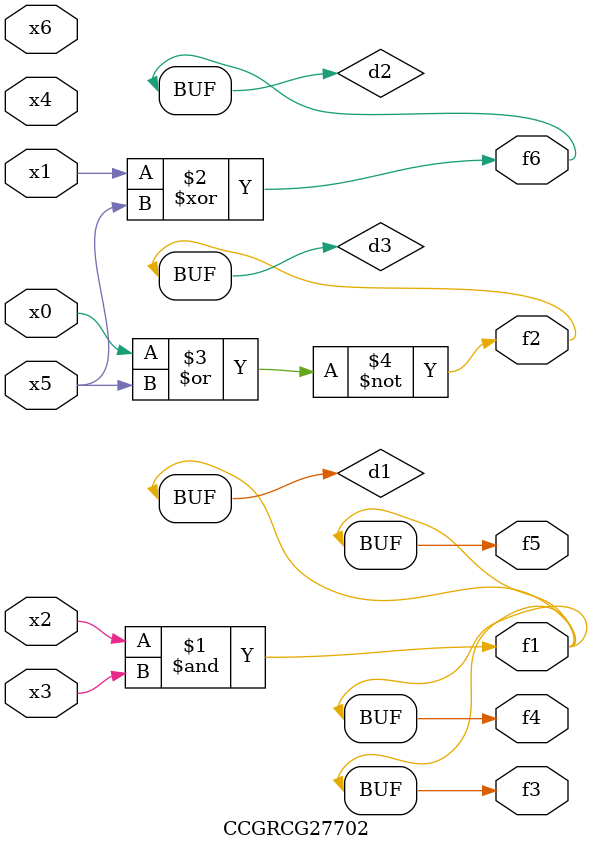
<source format=v>
module CCGRCG27702(
	input x0, x1, x2, x3, x4, x5, x6,
	output f1, f2, f3, f4, f5, f6
);

	wire d1, d2, d3;

	and (d1, x2, x3);
	xor (d2, x1, x5);
	nor (d3, x0, x5);
	assign f1 = d1;
	assign f2 = d3;
	assign f3 = d1;
	assign f4 = d1;
	assign f5 = d1;
	assign f6 = d2;
endmodule

</source>
